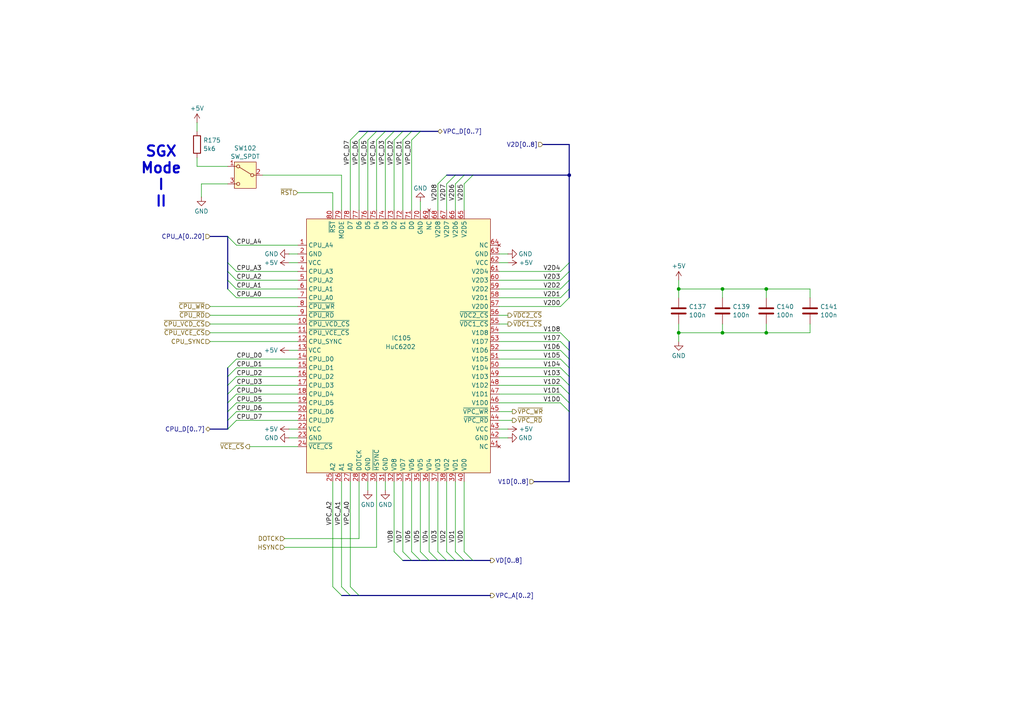
<source format=kicad_sch>
(kicad_sch (version 20231120) (generator "eeschema") (generator_version "8.0")
  (paper "A4")
  (title_block (title "PC-Engine SuperGrafx Schematics") (date "2024-04-18") (rev "0.1") (company "Author: Regis Galland") (comment 1 "Reversed Engineered Schematics from actual PCB"))
  (lib_symbols
    (symbol "Device:C" (pin_numbers hide) (pin_names (offset 0.254))
      (property "Reference" "C" (at 0.635 2.54 0))
      (property "Value" "C" (at 0.635 -2.54 0))
      (symbol "C_0_1"
        (polyline (pts (xy -2.032 -0.762) (xy 2.032 -0.762)) (stroke (width 0.508)))
        (polyline (pts (xy -2.032 0.762) (xy 2.032 0.762)) (stroke (width 0.508)))
      )
      (symbol "C_1_1"
        (pin passive line (at 0 3.81 270) (length 2.794) (name "~") (number "1"))
        (pin passive line (at 0 -3.81 90) (length 2.794) (name "~") (number "2"))
      )
    )
    (symbol "Device:R" (pin_numbers hide) (pin_names (offset 0))
      (property "Reference" "R" (at 2.032 0 90))
      (property "Value" "R" (at 0 0 90))
      (symbol "R_0_1"
        (rectangle (start -1.016 -2.54) (end 1.016 2.54) (stroke (width 0.254)))
      )
      (symbol "R_1_1"
        (pin passive line (at 0 3.81 270) (length 1.27) (name "~") (number "1"))
        (pin passive line (at 0 -3.81 90) (length 1.27) (name "~") (number "2"))
      )
    )
    (symbol "SuperGrafx:HuC6202"
      (property "Reference" "IC" (at 24.13 -27.178 0))
      (property "Value" "HuC6202" (at 24.13 -29.464 0))
      (symbol "HuC6202_1_1"
        (rectangle (start 0 7.62) (end 53.34 -66.04) (fill (type background)))
        (pin input line (at -2.54 0 0) (length 2.54) (name "CPU_A4") (number "1"))
        (pin input line (at -2.54 -22.86 0) (length 2.54) (name "~{CPU_VCD_CS}") (number "10"))
        (pin input line (at -2.54 -25.4 0) (length 2.54) (name "~{CPU_VCE_CS}") (number "11"))
        (pin input line (at -2.54 -27.94 0) (length 2.54) (name "CPU_SYNC") (number "12"))
        (pin power_in line (at -2.54 -30.48 0) (length 2.54) (name "VCC") (number "13"))
        (pin bidirectional line (at -2.54 -33.02 0) (length 2.54) (name "CPU_D0") (number "14"))
        (pin bidirectional line (at -2.54 -35.56 0) (length 2.54) (name "CPU_D1") (number "15"))
        (pin bidirectional line (at -2.54 -38.1 0) (length 2.54) (name "CPU_D2") (number "16"))
        (pin bidirectional line (at -2.54 -40.64 0) (length 2.54) (name "CPU_D3") (number "17"))
        (pin bidirectional line (at -2.54 -43.18 0) (length 2.54) (name "CPU_D4") (number "18"))
        (pin bidirectional line (at -2.54 -45.72 0) (length 2.54) (name "CPU_D5") (number "19"))
        (pin power_in line (at -2.54 -2.54 0) (length 2.54) (name "GND") (number "2"))
        (pin bidirectional line (at -2.54 -48.26 0) (length 2.54) (name "CPU_D6") (number "20"))
        (pin bidirectional line (at -2.54 -50.8 0) (length 2.54) (name "CPU_D7") (number "21"))
        (pin power_in line (at -2.54 -53.34 0) (length 2.54) (name "VCC") (number "22"))
        (pin power_in line (at -2.54 -55.88 0) (length 2.54) (name "GND") (number "23"))
        (pin output line (at -2.54 -58.42 0) (length 2.54) (name "~{VCE_CS}") (number "24"))
        (pin output line (at 7.62 -68.58 90) (length 2.54) (name "A2") (number "25"))
        (pin output line (at 10.16 -68.58 90) (length 2.54) (name "A1") (number "26"))
        (pin output line (at 12.7 -68.58 90) (length 2.54) (name "A0") (number "27"))
        (pin input line (at 15.24 -68.58 90) (length 2.54) (name "DOTCK") (number "28"))
        (pin power_in line (at 17.78 -68.58 90) (length 2.54) (name "GND") (number "29"))
        (pin power_in line (at -2.54 -5.08 0) (length 2.54) (name "VCC") (number "3"))
        (pin input line (at 20.32 -68.58 90) (length 2.54) (name "~{HSYNC}") (number "30"))
        (pin power_in line (at 22.86 -68.58 90) (length 2.54) (name "GND") (number "31"))
        (pin output line (at 25.4 -68.58 90) (length 2.54) (name "VD8") (number "32"))
        (pin output line (at 27.94 -68.58 90) (length 2.54) (name "VD7") (number "33"))
        (pin output line (at 30.48 -68.58 90) (length 2.54) (name "VD6") (number "34"))
        (pin output line (at 33.02 -68.58 90) (length 2.54) (name "VD5") (number "35"))
        (pin output line (at 35.56 -68.58 90) (length 2.54) (name "VD4") (number "36"))
        (pin output line (at 38.1 -68.58 90) (length 2.54) (name "VD3") (number "37"))
        (pin output line (at 40.64 -68.58 90) (length 2.54) (name "VD2") (number "38"))
        (pin output line (at 43.18 -68.58 90) (length 2.54) (name "VD1") (number "39"))
        (pin input line (at -2.54 -7.62 0) (length 2.54) (name "CPU_A3") (number "4"))
        (pin output line (at 45.72 -68.58 90) (length 2.54) (name "VD0") (number "40"))
        (pin no_connect line (at 55.88 -58.42 180) (length 2.54) (name "NC") (number "41"))
        (pin power_in line (at 55.88 -55.88 180) (length 2.54) (name "GND") (number "42"))
        (pin power_in line (at 55.88 -53.34 180) (length 2.54) (name "VCC") (number "43"))
        (pin output line (at 55.88 -50.8 180) (length 2.54) (name "~{VPC_RD}") (number "44"))
        (pin output line (at 55.88 -48.26 180) (length 2.54) (name "~{VPC_WR}") (number "45"))
        (pin input line (at 55.88 -45.72 180) (length 2.54) (name "V1D0") (number "46"))
        (pin input line (at 55.88 -43.18 180) (length 2.54) (name "V1D1") (number "47"))
        (pin input line (at 55.88 -40.64 180) (length 2.54) (name "V1D2") (number "48"))
        (pin input line (at 55.88 -38.1 180) (length 2.54) (name "V1D3") (number "49"))
        (pin input line (at -2.54 -10.16 0) (length 2.54) (name "CPU_A2") (number "5"))
        (pin input line (at 55.88 -35.56 180) (length 2.54) (name "V1D4") (number "50"))
        (pin input line (at 55.88 -33.02 180) (length 2.54) (name "V1D5") (number "51"))
        (pin input line (at 55.88 -30.48 180) (length 2.54) (name "V1D6") (number "52"))
        (pin input line (at 55.88 -27.94 180) (length 2.54) (name "V1D7") (number "53"))
        (pin input line (at 55.88 -25.4 180) (length 2.54) (name "V1D8") (number "54"))
        (pin output line (at 55.88 -22.86 180) (length 2.54) (name "~{VDC1_CS}") (number "55"))
        (pin output line (at 55.88 -20.32 180) (length 2.54) (name "~{VDC2_CS}") (number "56"))
        (pin input line (at 55.88 -17.78 180) (length 2.54) (name "V2D0") (number "57"))
        (pin input line (at 55.88 -15.24 180) (length 2.54) (name "V2D1") (number "58"))
        (pin input line (at 55.88 -12.7 180) (length 2.54) (name "V2D2") (number "59"))
        (pin input line (at -2.54 -12.7 0) (length 2.54) (name "CPU_A1") (number "6"))
        (pin input line (at 55.88 -10.16 180) (length 2.54) (name "V2D3") (number "60"))
        (pin input line (at 55.88 -7.62 180) (length 2.54) (name "V2D4") (number "61"))
        (pin power_in line (at 55.88 -5.08 180) (length 2.54) (name "VCC") (number "62"))
        (pin power_in line (at 55.88 -2.54 180) (length 2.54) (name "GND") (number "63"))
        (pin no_connect line (at 55.88 0 180) (length 2.54) (name "NC") (number "64"))
        (pin input line (at 45.72 10.16 270) (length 2.54) (name "V2D5") (number "65"))
        (pin input line (at 43.18 10.16 270) (length 2.54) (name "V2D6") (number "66"))
        (pin input line (at 40.64 10.16 270) (length 2.54) (name "V2D7") (number "67"))
        (pin input line (at 38.1 10.16 270) (length 2.54) (name "V2D8") (number "68"))
        (pin no_connect line (at 35.56 10.16 270) (length 2.54) (name "NC") (number "69"))
        (pin input line (at -2.54 -15.24 0) (length 2.54) (name "CPU_A0") (number "7"))
        (pin power_in line (at 33.02 10.16 270) (length 2.54) (name "GND") (number "70"))
        (pin bidirectional line (at 30.48 10.16 270) (length 2.54) (name "D0") (number "71"))
        (pin bidirectional line (at 27.94 10.16 270) (length 2.54) (name "D1") (number "72"))
        (pin bidirectional line (at 25.4 10.16 270) (length 2.54) (name "D2") (number "73"))
        (pin bidirectional line (at 22.86 10.16 270) (length 2.54) (name "D3") (number "74"))
        (pin bidirectional line (at 20.32 10.16 270) (length 2.54) (name "D4") (number "75"))
        (pin bidirectional line (at 17.78 10.16 270) (length 2.54) (name "D5") (number "76"))
        (pin bidirectional line (at 15.24 10.16 270) (length 2.54) (name "D6") (number "77"))
        (pin bidirectional line (at 12.7 10.16 270) (length 2.54) (name "D7") (number "78"))
        (pin input line (at 10.16 10.16 270) (length 2.54) (name "MODE") (number "79"))
        (pin input line (at -2.54 -17.78 0) (length 2.54) (name "~{CPU_WR}") (number "8"))
        (pin input line (at 7.62 10.16 270) (length 2.54) (name "~{RST}") (number "80"))
        (pin input line (at -2.54 -20.32 0) (length 2.54) (name "~{CPU_RD}") (number "9"))
      )
    )
    (symbol "Switch:SW_SPDT" (pin_names (offset 0) hide)
      (property "Reference" "SW" (at 0 5.08 0))
      (property "Value" "SW_SPDT" (at 0 -5.08 0))
      (symbol "SW_SPDT_0_1"
        (circle (center -2.032 0) (radius 0.4572))
        (polyline (pts (xy -1.651 0.254) (xy 1.651 2.286)))
        (circle (center 2.032 -2.54) (radius 0.4572))
        (circle (center 2.032 2.54) (radius 0.4572))
      )
      (symbol "SW_SPDT_1_1"
        (rectangle (start -3.175 3.81) (end 3.175 -3.81) (fill (type background)))
        (pin passive line (at 5.08 2.54 180) (length 2.54) (name "A") (number "1"))
        (pin passive line (at -5.08 0 0) (length 2.54) (name "B") (number "2"))
        (pin passive line (at 5.08 -2.54 180) (length 2.54) (name "C") (number "3"))
      )
    )
    (symbol "power:+5V" (power) (pin_numbers hide) (pin_names (offset 0) hide)
      (property "Value" "+5V" (at 0 3.556 0))
      (symbol "+5V_0_1"
        (polyline (pts (xy -0.762 1.27) (xy 0 2.54)))
        (polyline (pts (xy 0 0) (xy 0 2.54)))
        (polyline (pts (xy 0 2.54) (xy 0.762 1.27)))
      )
      (symbol "+5V_1_1"
        (pin power_in line (at 0 0 90) (length 0) (name "~") (number "1"))
      )
    )
    (symbol "power:GND" (power) (pin_numbers hide) (pin_names (offset 0) hide)
      (property "Value" "GND" (at 0 -3.81 0))
      (symbol "GND_0_1"
        (polyline (pts (xy 0 0) (xy 0 -1.27) (xy 1.27 -1.27) (xy 0 -2.54) (xy -1.27 -1.27) (xy 0 -1.27)))
      )
      (symbol "GND_1_1"
        (pin power_in line (at 0 0 270) (length 0) (name "~") (number "1"))
      )
    )
  )
  (junction (at 222.25 83.82))
  (junction (at 209.55 83.82))
  (junction (at 209.55 96.52))
  (junction (at 196.85 83.82))
  (junction (at 196.85 96.52))
  (junction (at 165.1 50.8))
  (junction (at 222.25 96.52))
  (bus_entry (at 121.92 38.1) (size -2.54 2.54))
  (bus_entry (at 68.58 119.38) (size -2.54 2.54))
  (bus_entry (at 68.58 111.76) (size -2.54 2.54))
  (bus_entry (at 165.1 111.76) (size -2.54 -2.54))
  (bus_entry (at 68.58 78.74) (size -2.54 -2.54))
  (bus_entry (at 134.62 160.02) (size 2.54 2.54))
  (bus_entry (at 132.08 50.8) (size -2.54 2.54))
  (bus_entry (at 132.08 160.02) (size 2.54 2.54))
  (bus_entry (at 165.1 104.14) (size -2.54 -2.54))
  (bus_entry (at 165.1 99.06) (size -2.54 -2.54))
  (bus_entry (at 129.54 50.8) (size -2.54 2.54))
  (bus_entry (at 119.38 160.02) (size 2.54 2.54))
  (bus_entry (at 114.3 160.02) (size 2.54 2.54))
  (bus_entry (at 121.92 160.02) (size 2.54 2.54))
  (bus_entry (at 104.14 38.1) (size -2.54 2.54))
  (bus_entry (at 124.46 160.02) (size 2.54 2.54))
  (bus_entry (at 114.3 38.1) (size -2.54 2.54))
  (bus_entry (at 68.58 116.84) (size -2.54 2.54))
  (bus_entry (at 127 160.02) (size 2.54 2.54))
  (bus_entry (at 165.1 114.3) (size -2.54 -2.54))
  (bus_entry (at 68.58 106.68) (size -2.54 2.54))
  (bus_entry (at 68.58 81.28) (size -2.54 -2.54))
  (bus_entry (at 165.1 78.74) (size -2.54 2.54))
  (bus_entry (at 68.58 71.12) (size -2.54 -2.54))
  (bus_entry (at 116.84 160.02) (size 2.54 2.54))
  (bus_entry (at 165.1 101.6) (size -2.54 -2.54))
  (bus_entry (at 165.1 76.2) (size -2.54 2.54))
  (bus_entry (at 165.1 106.68) (size -2.54 -2.54))
  (bus_entry (at 96.52 170.18) (size 2.54 2.54))
  (bus_entry (at 165.1 119.38) (size -2.54 -2.54))
  (bus_entry (at 165.1 116.84) (size -2.54 -2.54))
  (bus_entry (at 109.22 38.1) (size -2.54 2.54))
  (bus_entry (at 68.58 104.14) (size -2.54 2.54))
  (bus_entry (at 68.58 83.82) (size -2.54 -2.54))
  (bus_entry (at 134.62 50.8) (size -2.54 2.54))
  (bus_entry (at 165.1 81.28) (size -2.54 2.54))
  (bus_entry (at 68.58 109.22) (size -2.54 2.54))
  (bus_entry (at 165.1 86.36) (size -2.54 2.54))
  (bus_entry (at 111.76 38.1) (size -2.54 2.54))
  (bus_entry (at 68.58 121.92) (size -2.54 2.54))
  (bus_entry (at 68.58 86.36) (size -2.54 -2.54))
  (bus_entry (at 165.1 109.22) (size -2.54 -2.54))
  (bus_entry (at 68.58 114.3) (size -2.54 2.54))
  (bus_entry (at 165.1 83.82) (size -2.54 2.54))
  (bus_entry (at 119.38 38.1) (size -2.54 2.54))
  (bus_entry (at 99.06 170.18) (size 2.54 2.54))
  (bus_entry (at 116.84 38.1) (size -2.54 2.54))
  (bus_entry (at 106.68 38.1) (size -2.54 2.54))
  (bus_entry (at 129.54 160.02) (size 2.54 2.54))
  (bus_entry (at 101.6 170.18) (size 2.54 2.54))
  (bus_entry (at 137.16 50.8) (size -2.54 2.54))
  (wire (pts (xy 209.55 96.52) (xy 222.25 96.52)))
  (wire (pts (xy 196.85 96.52) (xy 209.55 96.52)))
  (bus (pts (xy 104.14 38.1) (xy 106.68 38.1)))
  (wire (pts (xy 144.78 93.98) (xy 147.32 93.98)))
  (bus (pts (xy 165.1 78.74) (xy 165.1 76.2)))
  (wire (pts (xy 196.85 81.28) (xy 196.85 83.82)))
  (bus (pts (xy 106.68 38.1) (xy 109.22 38.1)))
  (wire (pts (xy 68.58 119.38) (xy 86.36 119.38)))
  (wire (pts (xy 148.59 121.92) (xy 144.78 121.92)))
  (bus (pts (xy 66.04 106.68) (xy 66.04 109.22)))
  (wire (pts (xy 147.32 124.46) (xy 144.78 124.46)))
  (wire (pts (xy 196.85 83.82) (xy 209.55 83.82)))
  (bus (pts (xy 116.84 162.56) (xy 119.38 162.56)))
  (bus (pts (xy 121.92 162.56) (xy 124.46 162.56)))
  (wire (pts (xy 134.62 139.7) (xy 134.62 160.02)))
  (wire (pts (xy 222.25 96.52) (xy 222.25 93.98)))
  (wire (pts (xy 162.56 88.9) (xy 144.78 88.9)))
  (bus (pts (xy 129.54 50.8) (xy 132.08 50.8)))
  (bus (pts (xy 134.62 162.56) (xy 137.16 162.56)))
  (bus (pts (xy 109.22 38.1) (xy 111.76 38.1)))
  (wire (pts (xy 144.78 119.38) (xy 148.59 119.38)))
  (bus (pts (xy 101.6 172.72) (xy 99.06 172.72)))
  (wire (pts (xy 111.76 40.64) (xy 111.76 60.96)))
  (bus (pts (xy 165.1 99.06) (xy 165.1 101.6)))
  (bus (pts (xy 66.04 109.22) (xy 66.04 111.76)))
  (wire (pts (xy 109.22 40.64) (xy 109.22 60.96)))
  (bus (pts (xy 66.04 119.38) (xy 66.04 121.92)))
  (wire (pts (xy 99.06 139.7) (xy 99.06 170.18)))
  (wire (pts (xy 68.58 109.22) (xy 86.36 109.22)))
  (wire (pts (xy 196.85 99.06) (xy 196.85 96.52)))
  (bus (pts (xy 165.1 104.14) (xy 165.1 106.68)))
  (wire (pts (xy 162.56 114.3) (xy 144.78 114.3)))
  (bus (pts (xy 60.96 68.58) (xy 66.04 68.58)))
  (wire (pts (xy 144.78 81.28) (xy 162.56 81.28)))
  (bus (pts (xy 132.08 162.56) (xy 134.62 162.56)))
  (wire (pts (xy 86.36 127) (xy 83.82 127)))
  (wire (pts (xy 234.95 96.52) (xy 234.95 93.98)))
  (bus (pts (xy 154.94 139.7) (xy 165.1 139.7)))
  (bus (pts (xy 165.1 83.82) (xy 165.1 81.28)))
  (bus (pts (xy 132.08 50.8) (xy 134.62 50.8)))
  (wire (pts (xy 121.92 160.02) (xy 121.92 139.7)))
  (wire (pts (xy 144.78 91.44) (xy 147.32 91.44)))
  (wire (pts (xy 119.38 40.64) (xy 119.38 60.96)))
  (wire (pts (xy 144.78 78.74) (xy 162.56 78.74)))
  (wire (pts (xy 209.55 83.82) (xy 222.25 83.82)))
  (wire (pts (xy 68.58 114.3) (xy 86.36 114.3)))
  (bus (pts (xy 165.1 114.3) (xy 165.1 116.84)))
  (wire (pts (xy 104.14 156.21) (xy 104.14 139.7)))
  (wire (pts (xy 162.56 104.14) (xy 144.78 104.14)))
  (wire (pts (xy 68.58 78.74) (xy 86.36 78.74)))
  (wire (pts (xy 60.96 91.44) (xy 86.36 91.44)))
  (wire (pts (xy 162.56 109.22) (xy 144.78 109.22)))
  (bus (pts (xy 134.62 50.8) (xy 137.16 50.8)))
  (bus (pts (xy 114.3 38.1) (xy 116.84 38.1)))
  (bus (pts (xy 116.84 38.1) (xy 119.38 38.1)))
  (wire (pts (xy 60.96 88.9) (xy 86.36 88.9)))
  (wire (pts (xy 127 160.02) (xy 127 139.7)))
  (wire (pts (xy 68.58 81.28) (xy 86.36 81.28)))
  (wire (pts (xy 222.25 96.52) (xy 234.95 96.52)))
  (wire (pts (xy 147.32 76.2) (xy 144.78 76.2)))
  (wire (pts (xy 162.56 111.76) (xy 144.78 111.76)))
  (wire (pts (xy 162.56 96.52) (xy 144.78 96.52)))
  (wire (pts (xy 162.56 99.06) (xy 144.78 99.06)))
  (wire (pts (xy 106.68 40.64) (xy 106.68 60.96)))
  (wire (pts (xy 114.3 160.02) (xy 114.3 139.7)))
  (wire (pts (xy 129.54 53.34) (xy 129.54 60.96)))
  (wire (pts (xy 121.92 60.96) (xy 121.92 58.42)))
  (wire (pts (xy 116.84 160.02) (xy 116.84 139.7)))
  (wire (pts (xy 144.78 86.36) (xy 162.56 86.36)))
  (wire (pts (xy 60.96 93.98) (xy 86.36 93.98)))
  (wire (pts (xy 60.96 96.52) (xy 86.36 96.52)))
  (wire (pts (xy 209.55 83.82) (xy 209.55 86.36)))
  (bus (pts (xy 165.1 139.7) (xy 165.1 119.38)))
  (bus (pts (xy 165.1 86.36) (xy 165.1 83.82)))
  (wire (pts (xy 101.6 40.64) (xy 101.6 60.96)))
  (wire (pts (xy 127 53.34) (xy 127 60.96)))
  (wire (pts (xy 96.52 60.96) (xy 96.52 55.88)))
  (wire (pts (xy 68.58 116.84) (xy 86.36 116.84)))
  (bus (pts (xy 165.1 106.68) (xy 165.1 109.22)))
  (wire (pts (xy 66.04 48.26) (xy 57.15 48.26)))
  (wire (pts (xy 134.62 53.34) (xy 134.62 60.96)))
  (wire (pts (xy 68.58 106.68) (xy 86.36 106.68)))
  (bus (pts (xy 129.54 162.56) (xy 132.08 162.56)))
  (wire (pts (xy 99.06 50.8) (xy 99.06 60.96)))
  (wire (pts (xy 209.55 96.52) (xy 209.55 93.98)))
  (wire (pts (xy 60.96 99.06) (xy 86.36 99.06)))
  (wire (pts (xy 162.56 106.68) (xy 144.78 106.68)))
  (bus (pts (xy 137.16 50.8) (xy 165.1 50.8)))
  (bus (pts (xy 104.14 172.72) (xy 101.6 172.72)))
  (wire (pts (xy 58.42 53.34) (xy 58.42 57.15)))
  (bus (pts (xy 165.1 41.91) (xy 165.1 50.8)))
  (bus (pts (xy 119.38 38.1) (xy 121.92 38.1)))
  (wire (pts (xy 86.36 73.66) (xy 83.82 73.66)))
  (wire (pts (xy 129.54 160.02) (xy 129.54 139.7)))
  (wire (pts (xy 104.14 156.21) (xy 82.55 156.21)))
  (bus (pts (xy 66.04 114.3) (xy 66.04 116.84)))
  (wire (pts (xy 83.82 101.6) (xy 86.36 101.6)))
  (wire (pts (xy 106.68 139.7) (xy 106.68 142.24)))
  (wire (pts (xy 86.36 55.88) (xy 96.52 55.88)))
  (bus (pts (xy 66.04 68.58) (xy 66.04 76.2)))
  (bus (pts (xy 104.14 172.72) (xy 142.24 172.72)))
  (bus (pts (xy 111.76 38.1) (xy 114.3 38.1)))
  (wire (pts (xy 101.6 139.7) (xy 101.6 170.18)))
  (wire (pts (xy 76.2 50.8) (xy 99.06 50.8)))
  (bus (pts (xy 66.04 116.84) (xy 66.04 119.38)))
  (bus (pts (xy 119.38 162.56) (xy 121.92 162.56)))
  (wire (pts (xy 68.58 121.92) (xy 86.36 121.92)))
  (wire (pts (xy 196.85 96.52) (xy 196.85 93.98)))
  (wire (pts (xy 162.56 101.6) (xy 144.78 101.6)))
  (wire (pts (xy 57.15 48.26) (xy 57.15 45.72)))
  (wire (pts (xy 222.25 83.82) (xy 222.25 86.36)))
  (bus (pts (xy 124.46 162.56) (xy 127 162.56)))
  (bus (pts (xy 165.1 109.22) (xy 165.1 111.76)))
  (wire (pts (xy 68.58 111.76) (xy 86.36 111.76)))
  (wire (pts (xy 66.04 53.34) (xy 58.42 53.34)))
  (bus (pts (xy 66.04 81.28) (xy 66.04 78.74)))
  (bus (pts (xy 66.04 111.76) (xy 66.04 114.3)))
  (wire (pts (xy 68.58 104.14) (xy 86.36 104.14)))
  (wire (pts (xy 68.58 86.36) (xy 86.36 86.36)))
  (wire (pts (xy 111.76 139.7) (xy 111.76 142.24)))
  (bus (pts (xy 66.04 78.74) (xy 66.04 76.2)))
  (bus (pts (xy 165.1 50.8) (xy 165.1 76.2)))
  (wire (pts (xy 144.78 83.82) (xy 162.56 83.82)))
  (wire (pts (xy 132.08 53.34) (xy 132.08 60.96)))
  (bus (pts (xy 137.16 162.56) (xy 142.24 162.56)))
  (wire (pts (xy 144.78 127) (xy 147.32 127)))
  (wire (pts (xy 222.25 83.82) (xy 234.95 83.82)))
  (wire (pts (xy 144.78 73.66) (xy 147.32 73.66)))
  (bus (pts (xy 165.1 116.84) (xy 165.1 119.38)))
  (wire (pts (xy 109.22 139.7) (xy 109.22 158.75)))
  (wire (pts (xy 162.56 116.84) (xy 144.78 116.84)))
  (wire (pts (xy 234.95 83.82) (xy 234.95 86.36)))
  (wire (pts (xy 68.58 83.82) (xy 86.36 83.82)))
  (wire (pts (xy 196.85 83.82) (xy 196.85 86.36)))
  (wire (pts (xy 96.52 139.7) (xy 96.52 170.18)))
  (bus (pts (xy 66.04 121.92) (xy 66.04 124.46)))
  (bus (pts (xy 165.1 81.28) (xy 165.1 78.74)))
  (wire (pts (xy 116.84 40.64) (xy 116.84 60.96)))
  (bus (pts (xy 121.92 38.1) (xy 127 38.1)))
  (wire (pts (xy 132.08 160.02) (xy 132.08 139.7)))
  (bus (pts (xy 165.1 101.6) (xy 165.1 104.14)))
  (wire (pts (xy 57.15 35.56) (xy 57.15 38.1)))
  (wire (pts (xy 119.38 160.02) (xy 119.38 139.7)))
  (wire (pts (xy 83.82 76.2) (xy 86.36 76.2)))
  (bus (pts (xy 60.96 124.46) (xy 66.04 124.46)))
  (wire (pts (xy 104.14 40.64) (xy 104.14 60.96)))
  (wire (pts (xy 114.3 40.64) (xy 114.3 60.96)))
  (wire (pts (xy 72.39 129.54) (xy 86.36 129.54)))
  (bus (pts (xy 127 162.56) (xy 129.54 162.56)))
  (bus (pts (xy 66.04 83.82) (xy 66.04 81.28)))
  (bus (pts (xy 157.48 41.91) (xy 165.1 41.91)))
  (wire (pts (xy 124.46 160.02) (xy 124.46 139.7)))
  (bus (pts (xy 165.1 111.76) (xy 165.1 114.3)))
  (wire (pts (xy 109.22 158.75) (xy 82.55 158.75)))
  (wire (pts (xy 83.82 124.46) (xy 86.36 124.46)))
  (wire (pts (xy 68.58 71.12) (xy 86.36 71.12)))
  (text "SGX\nMode\nI\nII" (at 46.736 51.308 0) (effects (font (size 3 3) (thickness 0.6) (bold yes))))
  (label "VD2" (at 129.54 157.48 90))
  (label "V1D1" (at 162.56 114.3 180))
  (label "CPU_A2" (at 68.58 81.28 0))
  (label "CPU_D2" (at 68.58 109.22 0))
  (label "VD3" (at 127 157.48 90))
  (label "CPU_A3" (at 68.58 78.74 0))
  (label "CPU_D6" (at 68.58 119.38 0))
  (label "VPC_D2" (at 114.3 40.64 270))
  (label "VPC_D4" (at 109.22 40.64 270))
  (label "V1D2" (at 162.56 111.76 180))
  (label "CPU_D7" (at 68.58 121.92 0))
  (label "VD7" (at 116.84 157.48 90))
  (label "V1D7" (at 162.56 99.06 180))
  (label "VPC_A0" (at 101.6 152.4 90))
  (label "V2D7" (at 129.54 53.34 270))
  (label "VPC_D0" (at 119.38 40.64 270))
  (label "VD6" (at 119.38 157.48 90))
  (label "VD4" (at 124.46 157.48 90))
  (label "V2D0" (at 162.56 88.9 180))
  (label "V2D2" (at 162.56 83.82 180))
  (label "V1D0" (at 162.56 116.84 180))
  (label "VPC_D1" (at 116.84 40.64 270))
  (label "V2D4" (at 162.56 78.74 180))
  (label "VD5" (at 121.92 157.48 90))
  (label "V2D3" (at 162.56 81.28 180))
  (label "VD1" (at 132.08 157.48 90))
  (label "CPU_A1" (at 68.58 83.82 0))
  (label "VD0" (at 134.62 157.48 90))
  (label "V1D6" (at 162.56 101.6 180))
  (label "CPU_D5" (at 68.58 116.84 0))
  (label "CPU_D0" (at 68.58 104.14 0))
  (label "CPU_A4" (at 68.58 71.12 0))
  (label "VPC_A2" (at 96.52 152.4 90))
  (label "CPU_D4" (at 68.58 114.3 0))
  (label "CPU_D1" (at 68.58 106.68 0))
  (label "VPC_D5" (at 106.68 40.64 270))
  (label "VPC_D6" (at 104.14 40.64 270))
  (label "VPC_D7" (at 101.6 40.64 270))
  (label "V1D4" (at 162.56 106.68 180))
  (label "CPU_A0" (at 68.58 86.36 0))
  (label "V1D3" (at 162.56 109.22 180))
  (label "VPC_D3" (at 111.76 40.64 270))
  (label "CPU_D3" (at 68.58 111.76 0))
  (label "VD8" (at 114.3 157.48 90))
  (label "V2D8" (at 127 53.34 270))
  (label "V2D5" (at 134.62 53.34 270))
  (label "V1D5" (at 162.56 104.14 180))
  (label "V2D1" (at 162.56 86.36 180))
  (label "V2D6" (at 132.08 53.34 270))
  (label "V1D8" (at 162.56 96.52 180))
  (label "VPC_A1" (at 99.06 152.4 90))
  (hierarchical_label "~{VDC1_CS}" (shape output) (at 147.32 93.98 0))
  (hierarchical_label "VPC_D[0..7]" (shape bidirectional) (at 127 38.1 0))
  (hierarchical_label "~{VCE_CS}" (shape output) (at 72.39 129.54 180))
  (hierarchical_label "~{CPU_RD}" (shape input) (at 60.96 91.44 180))
  (hierarchical_label "~{VDC2_CS}" (shape output) (at 147.32 91.44 0))
  (hierarchical_label "V1D[0..8]" (shape input) (at 154.94 139.7 180))
  (hierarchical_label "HSYNC" (shape input) (at 82.55 158.75 180))
  (hierarchical_label "CPU_SYNC" (shape input) (at 60.96 99.06 180))
  (hierarchical_label "VPC_A[0..2]" (shape output) (at 142.24 172.72 0))
  (hierarchical_label "~{VPC_WR}" (shape output) (at 148.59 119.38 0))
  (hierarchical_label "~{RST}" (shape input) (at 86.36 55.88 180))
  (hierarchical_label "DOTCK" (shape input) (at 82.55 156.21 180))
  (hierarchical_label "CPU_D[0..7]" (shape bidirectional) (at 60.96 124.46 180))
  (hierarchical_label "~{CPU_VCD_CS}" (shape input) (at 60.96 93.98 180))
  (hierarchical_label "CPU_A[0..20]" (shape input) (at 60.96 68.58 180))
  (hierarchical_label "~{VPC_RD}" (shape output) (at 148.59 121.92 0))
  (hierarchical_label "~{CPU_VCE_CS}" (shape input) (at 60.96 96.52 180))
  (hierarchical_label "~{CPU_WR}" (shape input) (at 60.96 88.9 180))
  (hierarchical_label "VD[0..8]" (shape output) (at 142.24 162.56 0))
  (hierarchical_label "V2D[0..8]" (shape input) (at 157.48 41.91 180))
  (symbol (lib_id "power:+5V") (at 83.82 101.6 90) (unit 1)
    (property "Reference" "#PWR044" (effects (hide yes)))
    (property "Value" "+5V" (at 80.6451 101.6 90) (effects (justify left)))
    (property "Description" "Power symbol creates a global label with name \"+5V\"" (effects (hide yes)))
  )
  (symbol (lib_id "SuperGrafx:HuC6202") (at 88.9 71.12 0) (unit 1)
    (property "Reference" "IC105" (at 113.538 98.044 0) (effects (justify left)))
    (property "Value" "HuC6202" (at 111.76 100.584 0) (effects (justify left)))
    (property "Footprint" "Package_QFP:PQFP-80_14x20mm_P0.8mm" (effects (hide yes)))
    (property "Description" "Video Priority Chip used in SuperGrafx" (effects (hide yes)))
  )
  (symbol (lib_id "power:+5V") (at 147.32 124.46 270) (mirror x) (unit 1)
    (property "Reference" "#PWR0143" (effects (hide yes)))
    (property "Value" "+5V" (at 150.4949 124.46 90) (effects (justify left)))
    (property "Description" "Power symbol creates a global label with name \"+5V\"" (effects (hide yes)))
  )
  (symbol (lib_id "power:+5V") (at 83.82 76.2 90) (unit 1)
    (property "Reference" "#PWR042" (effects (hide yes)))
    (property "Value" "+5V" (at 80.6451 76.2 90) (effects (justify left)))
    (property "Description" "Power symbol creates a global label with name \"+5V\"" (effects (hide yes)))
  )
  (symbol (lib_id "Device:C") (at 222.25 90.17 0) (unit 1)
    (property "Reference" "C140" (at 225.171 88.9578 0) (effects (justify left)))
    (property "Value" "100n" (at 225.171 91.3821 0) (effects (justify left)))
    (property "Description" "Unpolarized capacitor" (effects (hide yes)))
  )
  (symbol (lib_id "power:GND") (at 196.85 99.06 0) (unit 1)
    (property "Reference" "#PWR0149" (effects (hide yes)))
    (property "Value" "GND" (at 196.85 103.1931 0))
    (property "Description" "Power symbol creates a global label with name \"GND\" , ground" (effects (hide yes)))
  )
  (symbol (lib_id "power:GND") (at 83.82 73.66 270) (mirror x) (unit 1)
    (property "Reference" "#PWR039" (effects (hide yes)))
    (property "Value" "GND" (at 78.74 73.66 90))
    (property "Description" "Power symbol creates a global label with name \"GND\" , ground" (effects (hide yes)))
  )
  (symbol (lib_id "Switch:SW_SPDT") (at 71.12 50.8 0) (mirror y) (unit 1)
    (property "Reference" "SW102" (at 71.12 42.9725 0))
    (property "Value" "SW_SPDT" (at 71.12 45.3968 0))
    (property "Description" "Switch, single pole double throw" (effects (hide yes)))
  )
  (symbol (lib_id "Device:C") (at 234.95 90.17 0) (unit 1)
    (property "Reference" "C141" (at 237.871 88.9578 0) (effects (justify left)))
    (property "Value" "100n" (at 237.871 91.3821 0) (effects (justify left)))
    (property "Description" "Unpolarized capacitor" (effects (hide yes)))
  )
  (symbol (lib_id "power:GND") (at 83.82 127 270) (mirror x) (unit 1)
    (property "Reference" "#PWR0144" (effects (hide yes)))
    (property "Value" "GND" (at 78.74 127 90))
    (property "Description" "Power symbol creates a global label with name \"GND\" , ground" (effects (hide yes)))
  )
  (symbol (lib_id "power:+5V") (at 57.15 35.56 0) (mirror y) (unit 1)
    (property "Reference" "#PWR023" (effects (hide yes)))
    (property "Value" "+5V" (at 57.15 31.4269 0))
    (property "Description" "Power symbol creates a global label with name \"+5V\"" (effects (hide yes)))
  )
  (symbol (lib_id "Device:R") (at 57.15 41.91 0) (mirror y) (unit 1)
    (property "Reference" "R175" (at 58.928 40.6978 0) (effects (justify right)))
    (property "Value" "5k6" (at 58.928 43.1221 0) (effects (justify right)))
    (property "Description" "Resistor" (effects (hide yes)))
  )
  (symbol (lib_id "power:GND") (at 147.32 127 90) (unit 1)
    (property "Reference" "#PWR0145" (effects (hide yes)))
    (property "Value" "GND" (at 152.4 127 90))
    (property "Description" "Power symbol creates a global label with name \"GND\" , ground" (effects (hide yes)))
  )
  (symbol (lib_id "power:+5V") (at 83.82 124.46 90) (unit 1)
    (property "Reference" "#PWR0142" (effects (hide yes)))
    (property "Value" "+5V" (at 80.6451 124.46 90) (effects (justify left)))
    (property "Description" "Power symbol creates a global label with name \"+5V\"" (effects (hide yes)))
  )
  (symbol (lib_id "power:+5V") (at 147.32 76.2 270) (mirror x) (unit 1)
    (property "Reference" "#PWR043" (effects (hide yes)))
    (property "Value" "+5V" (at 150.4949 76.2 90) (effects (justify left)))
    (property "Description" "Power symbol creates a global label with name \"+5V\"" (effects (hide yes)))
  )
  (symbol (lib_id "power:GND") (at 111.76 142.24 0) (unit 1)
    (property "Reference" "#PWR0147" (effects (hide yes)))
    (property "Value" "GND" (at 111.76 146.3731 0))
    (property "Description" "Power symbol creates a global label with name \"GND\" , ground" (effects (hide yes)))
  )
  (symbol (lib_id "power:GND") (at 58.42 57.15 0) (mirror y) (unit 1)
    (property "Reference" "#PWR028" (effects (hide yes)))
    (property "Value" "GND" (at 58.42 61.2831 0))
    (property "Description" "Power symbol creates a global label with name \"GND\" , ground" (effects (hide yes)))
  )
  (symbol (lib_id "Device:C") (at 196.85 90.17 0) (unit 1)
    (property "Reference" "C137" (at 199.771 88.9578 0) (effects (justify left)))
    (property "Value" "100n" (at 199.771 91.3821 0) (effects (justify left)))
    (property "Description" "Unpolarized capacitor" (effects (hide yes)))
  )
  (symbol (lib_id "power:GND") (at 106.68 142.24 0) (unit 1)
    (property "Reference" "#PWR0146" (effects (hide yes)))
    (property "Value" "GND" (at 106.68 146.3731 0))
    (property "Description" "Power symbol creates a global label with name \"GND\" , ground" (effects (hide yes)))
  )
  (symbol (lib_id "power:GND") (at 121.92 58.42 180) (unit 1)
    (property "Reference" "#PWR038" (effects (hide yes)))
    (property "Value" "GND" (at 121.92 54.61 0))
    (property "Description" "Power symbol creates a global label with name \"GND\" , ground" (effects (hide yes)))
  )
  (symbol (lib_id "power:+5V") (at 196.85 81.28 0) (mirror y) (unit 1)
    (property "Reference" "#PWR0148" (effects (hide yes)))
    (property "Value" "+5V" (at 196.85 77.1469 0))
    (property "Description" "Power symbol creates a global label with name \"+5V\"" (effects (hide yes)))
  )
  (symbol (lib_id "power:GND") (at 147.32 73.66 90) (unit 1)
    (property "Reference" "#PWR040" (effects (hide yes)))
    (property "Value" "GND" (at 152.4 73.66 90))
    (property "Description" "Power symbol creates a global label with name \"GND\" , ground" (effects (hide yes)))
  )
  (symbol (lib_id "Device:C") (at 209.55 90.17 0) (unit 1)
    (property "Reference" "C139" (at 212.471 88.9578 0) (effects (justify left)))
    (property "Value" "100n" (at 212.471 91.3821 0) (effects (justify left)))
    (property "Description" "Unpolarized capacitor" (effects (hide yes)))
  )
)
</source>
